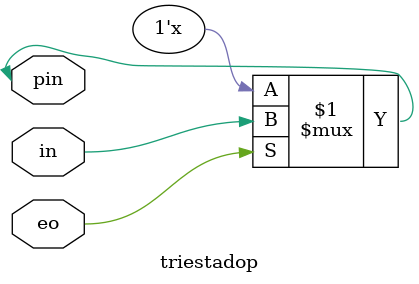
<source format=v>

module triestadop(inout pin,input in,input eo);

bufif1 myBufferP(pin,in,eo);

endmodule

</source>
